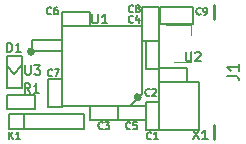
<source format=gto>
G04 #@! TF.GenerationSoftware,KiCad,Pcbnew,5.0.0-rc3+dfsg1-2*
G04 #@! TF.CreationDate,2018-07-25T10:31:46+09:00*
G04 #@! TF.ProjectId,fst-01,6673742D30312E6B696361645F706362,rev?*
G04 #@! TF.SameCoordinates,Original*
G04 #@! TF.FileFunction,Legend,Top*
G04 #@! TF.FilePolarity,Positive*
%FSLAX46Y46*%
G04 Gerber Fmt 4.6, Leading zero omitted, Abs format (unit mm)*
G04 Created by KiCad (PCBNEW 5.0.0-rc3+dfsg1-2) date Wed Jul 25 10:31:46 2018*
%MOMM*%
%LPD*%
G01*
G04 APERTURE LIST*
%ADD10C,0.200660*%
%ADD11C,0.254000*%
%ADD12C,0.149860*%
%ADD13C,0.300000*%
%ADD14C,0.150000*%
%ADD15C,0.152400*%
%ADD16C,0.120000*%
G04 APERTURE END LIST*
D10*
X128105504Y-99330086D02*
X128820333Y-99330086D01*
X128963299Y-99377741D01*
X129058609Y-99473052D01*
X129106264Y-99616018D01*
X129106264Y-99711328D01*
X129106264Y-98329326D02*
X129106264Y-98901189D01*
X129106264Y-98615258D02*
X128105504Y-98615258D01*
X128248470Y-98710568D01*
X128343780Y-98805879D01*
X128391436Y-98901189D01*
D11*
G04 #@! TO.C,J1*
X127000000Y-103476500D02*
X127000000Y-104676500D01*
X127000000Y-94516500D02*
X127000000Y-93316500D01*
D12*
G04 #@! TO.C,R1*
X109491780Y-102110540D02*
X109491780Y-100962460D01*
X109491780Y-100962460D02*
X111843820Y-100962460D01*
X111843820Y-100962460D02*
X111843820Y-102110540D01*
X111843820Y-102110540D02*
X109491780Y-102110540D01*
G04 #@! TO.C,U3*
X114096800Y-97236280D02*
X111582200Y-97236280D01*
X111582200Y-96286320D02*
X114096800Y-96286320D01*
D13*
X111670760Y-97279460D02*
G75*
G03X111670760Y-97279460I-180000J0D01*
G01*
D12*
X114099340Y-96283780D02*
X114099340Y-97233740D01*
X111582200Y-96296480D02*
X111582200Y-97246440D01*
D13*
G04 #@! TO.C,U1*
X120692588Y-101131071D02*
G75*
G03X120692588Y-101131071I-180000J0D01*
G01*
D12*
X119902888Y-101902131D02*
X120903648Y-100901371D01*
X120903648Y-100901371D02*
X120903648Y-95100011D01*
X114101528Y-101902131D02*
X114101528Y-95100011D01*
X114101528Y-95100011D02*
X120903648Y-95100011D01*
X119902888Y-101902131D02*
X114101528Y-101902131D01*
G04 #@! TO.C,D1*
X109446060Y-97622360D02*
X109446060Y-100370640D01*
X110695740Y-97622360D02*
X109446060Y-97622360D01*
X110695740Y-100370640D02*
X110695740Y-97622360D01*
X109446060Y-100370640D02*
X110695740Y-100370640D01*
D14*
X110070900Y-99156500D02*
X109470900Y-98456500D01*
X110670900Y-98456500D02*
X110070900Y-99156500D01*
D15*
G04 #@! TO.C,K1*
X115951000Y-103809800D02*
X109601000Y-103809800D01*
X115963700Y-102539800D02*
X115963700Y-103809800D01*
X109601000Y-102539800D02*
X115951000Y-102539800D01*
X109601000Y-103809800D02*
X109601000Y-102539800D01*
D14*
X110871000Y-102539800D02*
X110871000Y-103809800D01*
D12*
G04 #@! TO.C,C9*
X122425460Y-93510100D02*
X125249940Y-93510100D01*
X122425460Y-94957900D02*
X122425460Y-93510100D01*
X125249940Y-94957900D02*
X122425460Y-94957900D01*
X125249940Y-93510100D02*
X125249940Y-94957900D01*
D16*
G04 #@! TO.C,U2*
X125067600Y-98138100D02*
X123607600Y-98138100D01*
X125067600Y-94978100D02*
X122907600Y-94978100D01*
X125067600Y-94978100D02*
X125067600Y-95908100D01*
X125067600Y-98138100D02*
X125067600Y-97208100D01*
D12*
G04 #@! TO.C,X1*
X125715537Y-103917094D02*
X122362737Y-103917094D01*
X125715537Y-99853094D02*
X125715537Y-103917094D01*
X122362737Y-99853094D02*
X125715537Y-99853094D01*
X122362737Y-103917094D02*
X122362737Y-99853094D01*
G04 #@! TO.C,C2*
X124721620Y-98701860D02*
X124721620Y-99849940D01*
X122369580Y-98701860D02*
X124721620Y-98701860D01*
X122369580Y-99849940D02*
X122369580Y-98701860D01*
X124721620Y-99849940D02*
X122369580Y-99849940D01*
G04 #@! TO.C,C4*
X121206260Y-96359980D02*
X122354340Y-96359980D01*
X121206260Y-98712020D02*
X121206260Y-96359980D01*
X122354340Y-98712020D02*
X121206260Y-98712020D01*
X122354340Y-96359980D02*
X122354340Y-98712020D01*
G04 #@! TO.C,C5*
X121191020Y-101914960D02*
X121191020Y-103063040D01*
X118838980Y-101914960D02*
X121191020Y-101914960D01*
X118838980Y-103063040D02*
X118838980Y-101914960D01*
X121191020Y-103063040D02*
X118838980Y-103063040D01*
G04 #@! TO.C,C6*
X114101880Y-95100140D02*
X114101880Y-93952060D01*
X116453920Y-95100140D02*
X114101880Y-95100140D01*
X116453920Y-93952060D02*
X116453920Y-95100140D01*
X114101880Y-93952060D02*
X116453920Y-93952060D01*
G04 #@! TO.C,C7*
X114099340Y-101950520D02*
X112951260Y-101950520D01*
X114099340Y-99598480D02*
X114099340Y-101950520D01*
X112951260Y-99598480D02*
X114099340Y-99598480D01*
X112951260Y-101950520D02*
X112951260Y-99598480D01*
G04 #@! TO.C,C1*
X122367040Y-103931720D02*
X121218960Y-103931720D01*
X122367040Y-101579680D02*
X122367040Y-103931720D01*
X121218960Y-101579680D02*
X122367040Y-101579680D01*
X121218960Y-103931720D02*
X121218960Y-101579680D01*
G04 #@! TO.C,C3*
X118841520Y-101914960D02*
X118841520Y-103063040D01*
X116489480Y-101914960D02*
X118841520Y-101914960D01*
X116489480Y-103063040D02*
X116489480Y-101914960D01*
X118841520Y-103063040D02*
X116489480Y-103063040D01*
G04 #@! TO.C,C8*
X122351800Y-93525340D02*
X122351800Y-96349820D01*
X120904000Y-93525340D02*
X122351800Y-93525340D01*
X120904000Y-96349820D02*
X120904000Y-93525340D01*
X122351800Y-96349820D02*
X120904000Y-96349820D01*
G04 #@! TO.C,R1*
D15*
X111420910Y-100760530D02*
X111154210Y-100379530D01*
X110963710Y-100760530D02*
X110963710Y-99960430D01*
X111268510Y-99960430D01*
X111344710Y-99998530D01*
X111382810Y-100036630D01*
X111420910Y-100112830D01*
X111420910Y-100227130D01*
X111382810Y-100303330D01*
X111344710Y-100341430D01*
X111268510Y-100379530D01*
X110963710Y-100379530D01*
X112182910Y-100760530D02*
X111725710Y-100760530D01*
X111954310Y-100760530D02*
X111954310Y-99960430D01*
X111878110Y-100074730D01*
X111801910Y-100150930D01*
X111725710Y-100189030D01*
G04 #@! TO.C,U3*
X111025940Y-98444050D02*
X111025940Y-99091750D01*
X111064040Y-99167950D01*
X111102140Y-99206050D01*
X111178340Y-99244150D01*
X111330740Y-99244150D01*
X111406940Y-99206050D01*
X111445040Y-99167950D01*
X111483140Y-99091750D01*
X111483140Y-98444050D01*
X111787940Y-98444050D02*
X112283240Y-98444050D01*
X112016540Y-98748850D01*
X112130840Y-98748850D01*
X112207040Y-98786950D01*
X112245140Y-98825050D01*
X112283240Y-98901250D01*
X112283240Y-99091750D01*
X112245140Y-99167950D01*
X112207040Y-99206050D01*
X112130840Y-99244150D01*
X111902240Y-99244150D01*
X111826040Y-99206050D01*
X111787940Y-99167950D01*
G04 #@! TO.C,U1*
X116697760Y-94090490D02*
X116697760Y-94738190D01*
X116735860Y-94814390D01*
X116773960Y-94852490D01*
X116850160Y-94890590D01*
X117002560Y-94890590D01*
X117078760Y-94852490D01*
X117116860Y-94814390D01*
X117154960Y-94738190D01*
X117154960Y-94090490D01*
X117955060Y-94890590D02*
X117497860Y-94890590D01*
X117726460Y-94890590D02*
X117726460Y-94090490D01*
X117650260Y-94204790D01*
X117574060Y-94280990D01*
X117497860Y-94319090D01*
G04 #@! TO.C,D1*
X109442250Y-97301050D02*
X109442250Y-96500950D01*
X109632750Y-96500950D01*
X109747050Y-96539050D01*
X109823250Y-96615250D01*
X109861350Y-96691450D01*
X109899450Y-96843850D01*
X109899450Y-96958150D01*
X109861350Y-97110550D01*
X109823250Y-97186750D01*
X109747050Y-97262950D01*
X109632750Y-97301050D01*
X109442250Y-97301050D01*
X110661450Y-97301050D02*
X110204250Y-97301050D01*
X110432850Y-97301050D02*
X110432850Y-96500950D01*
X110356650Y-96615250D01*
X110280450Y-96691450D01*
X110204250Y-96729550D01*
G04 #@! TO.C,K1*
D12*
X109653856Y-104665175D02*
X109653856Y-104065735D01*
X109996393Y-104665175D02*
X109739490Y-104322638D01*
X109996393Y-104065735D02*
X109653856Y-104408272D01*
X110567288Y-104665175D02*
X110224751Y-104665175D01*
X110396020Y-104665175D02*
X110396020Y-104065735D01*
X110338930Y-104151369D01*
X110281840Y-104208459D01*
X110224751Y-104237003D01*
G04 #@! TO.C,C9*
X125858693Y-94092485D02*
X125830148Y-94121030D01*
X125744514Y-94149575D01*
X125687424Y-94149575D01*
X125601790Y-94121030D01*
X125544700Y-94063940D01*
X125516156Y-94006851D01*
X125487611Y-93892672D01*
X125487611Y-93807038D01*
X125516156Y-93692859D01*
X125544700Y-93635769D01*
X125601790Y-93578680D01*
X125687424Y-93550135D01*
X125744514Y-93550135D01*
X125830148Y-93578680D01*
X125858693Y-93607224D01*
X126144140Y-94149575D02*
X126258320Y-94149575D01*
X126315409Y-94121030D01*
X126343954Y-94092485D01*
X126401043Y-94006851D01*
X126429588Y-93892672D01*
X126429588Y-93664314D01*
X126401043Y-93607224D01*
X126372499Y-93578680D01*
X126315409Y-93550135D01*
X126201230Y-93550135D01*
X126144140Y-93578680D01*
X126115596Y-93607224D01*
X126087051Y-93664314D01*
X126087051Y-93807038D01*
X126115596Y-93864127D01*
X126144140Y-93892672D01*
X126201230Y-93921217D01*
X126315409Y-93921217D01*
X126372499Y-93892672D01*
X126401043Y-93864127D01*
X126429588Y-93807038D01*
G04 #@! TO.C,U2*
D14*
X124602316Y-97293484D02*
X124602316Y-97941103D01*
X124640411Y-98017294D01*
X124678506Y-98055389D01*
X124754697Y-98093484D01*
X124907078Y-98093484D01*
X124983268Y-98055389D01*
X125021363Y-98017294D01*
X125059459Y-97941103D01*
X125059459Y-97293484D01*
X125402316Y-97369675D02*
X125440411Y-97331580D01*
X125516601Y-97293484D01*
X125707078Y-97293484D01*
X125783268Y-97331580D01*
X125821363Y-97369675D01*
X125859459Y-97445865D01*
X125859459Y-97522056D01*
X125821363Y-97636341D01*
X125364220Y-98093484D01*
X125859459Y-98093484D01*
G04 #@! TO.C,X1*
D15*
X125188980Y-103910130D02*
X125722380Y-104710230D01*
X125722380Y-103910130D02*
X125188980Y-104710230D01*
X126446280Y-104710230D02*
X125989080Y-104710230D01*
X126217680Y-104710230D02*
X126217680Y-103910130D01*
X126141480Y-104024430D01*
X126065280Y-104100630D01*
X125989080Y-104138730D01*
G04 #@! TO.C,C2*
D12*
X121545773Y-100963185D02*
X121517228Y-100991730D01*
X121431594Y-101020275D01*
X121374504Y-101020275D01*
X121288870Y-100991730D01*
X121231780Y-100934640D01*
X121203236Y-100877551D01*
X121174691Y-100763372D01*
X121174691Y-100677738D01*
X121203236Y-100563559D01*
X121231780Y-100506469D01*
X121288870Y-100449380D01*
X121374504Y-100420835D01*
X121431594Y-100420835D01*
X121517228Y-100449380D01*
X121545773Y-100477924D01*
X121774131Y-100477924D02*
X121802676Y-100449380D01*
X121859765Y-100420835D01*
X122002489Y-100420835D01*
X122059579Y-100449380D01*
X122088123Y-100477924D01*
X122116668Y-100535014D01*
X122116668Y-100592103D01*
X122088123Y-100677738D01*
X121745586Y-101020275D01*
X122116668Y-101020275D01*
G04 #@! TO.C,C4*
X120125913Y-94778285D02*
X120097368Y-94806830D01*
X120011734Y-94835375D01*
X119954644Y-94835375D01*
X119869010Y-94806830D01*
X119811920Y-94749740D01*
X119783376Y-94692651D01*
X119754831Y-94578472D01*
X119754831Y-94492838D01*
X119783376Y-94378659D01*
X119811920Y-94321569D01*
X119869010Y-94264480D01*
X119954644Y-94235935D01*
X120011734Y-94235935D01*
X120097368Y-94264480D01*
X120125913Y-94293024D01*
X120639719Y-94435748D02*
X120639719Y-94835375D01*
X120496995Y-94207390D02*
X120354271Y-94635561D01*
X120725353Y-94635561D01*
G04 #@! TO.C,C5*
X119915093Y-103782585D02*
X119886548Y-103811130D01*
X119800914Y-103839675D01*
X119743824Y-103839675D01*
X119658190Y-103811130D01*
X119601100Y-103754040D01*
X119572556Y-103696951D01*
X119544011Y-103582772D01*
X119544011Y-103497138D01*
X119572556Y-103382959D01*
X119601100Y-103325869D01*
X119658190Y-103268780D01*
X119743824Y-103240235D01*
X119800914Y-103240235D01*
X119886548Y-103268780D01*
X119915093Y-103297324D01*
X120457443Y-103240235D02*
X120171996Y-103240235D01*
X120143451Y-103525682D01*
X120171996Y-103497138D01*
X120229085Y-103468593D01*
X120371809Y-103468593D01*
X120428899Y-103497138D01*
X120457443Y-103525682D01*
X120485988Y-103582772D01*
X120485988Y-103725496D01*
X120457443Y-103782585D01*
X120428899Y-103811130D01*
X120371809Y-103839675D01*
X120229085Y-103839675D01*
X120171996Y-103811130D01*
X120143451Y-103782585D01*
G04 #@! TO.C,C6*
X113219653Y-94059465D02*
X113191108Y-94088010D01*
X113105474Y-94116555D01*
X113048384Y-94116555D01*
X112962750Y-94088010D01*
X112905660Y-94030920D01*
X112877116Y-93973831D01*
X112848571Y-93859652D01*
X112848571Y-93774018D01*
X112877116Y-93659839D01*
X112905660Y-93602749D01*
X112962750Y-93545660D01*
X113048384Y-93517115D01*
X113105474Y-93517115D01*
X113191108Y-93545660D01*
X113219653Y-93574204D01*
X113733459Y-93517115D02*
X113619280Y-93517115D01*
X113562190Y-93545660D01*
X113533645Y-93574204D01*
X113476556Y-93659839D01*
X113448011Y-93774018D01*
X113448011Y-94002376D01*
X113476556Y-94059465D01*
X113505100Y-94088010D01*
X113562190Y-94116555D01*
X113676369Y-94116555D01*
X113733459Y-94088010D01*
X113762003Y-94059465D01*
X113790548Y-94002376D01*
X113790548Y-93859652D01*
X113762003Y-93802562D01*
X113733459Y-93774018D01*
X113676369Y-93745473D01*
X113562190Y-93745473D01*
X113505100Y-93774018D01*
X113476556Y-93802562D01*
X113448011Y-93859652D01*
G04 #@! TO.C,C7*
X113298393Y-99312185D02*
X113269848Y-99340730D01*
X113184214Y-99369275D01*
X113127124Y-99369275D01*
X113041490Y-99340730D01*
X112984400Y-99283640D01*
X112955856Y-99226551D01*
X112927311Y-99112372D01*
X112927311Y-99026738D01*
X112955856Y-98912559D01*
X112984400Y-98855469D01*
X113041490Y-98798380D01*
X113127124Y-98769835D01*
X113184214Y-98769835D01*
X113269848Y-98798380D01*
X113298393Y-98826924D01*
X113498206Y-98769835D02*
X113897833Y-98769835D01*
X113640930Y-99369275D01*
G04 #@! TO.C,C1*
X121644833Y-104638565D02*
X121616288Y-104667110D01*
X121530654Y-104695655D01*
X121473564Y-104695655D01*
X121387930Y-104667110D01*
X121330840Y-104610020D01*
X121302296Y-104552931D01*
X121273751Y-104438752D01*
X121273751Y-104353118D01*
X121302296Y-104238939D01*
X121330840Y-104181849D01*
X121387930Y-104124760D01*
X121473564Y-104096215D01*
X121530654Y-104096215D01*
X121616288Y-104124760D01*
X121644833Y-104153304D01*
X122215728Y-104695655D02*
X121873191Y-104695655D01*
X122044460Y-104695655D02*
X122044460Y-104096215D01*
X121987370Y-104181849D01*
X121930280Y-104238939D01*
X121873191Y-104267483D01*
G04 #@! TO.C,C3*
X117565593Y-103782585D02*
X117537048Y-103811130D01*
X117451414Y-103839675D01*
X117394324Y-103839675D01*
X117308690Y-103811130D01*
X117251600Y-103754040D01*
X117223056Y-103696951D01*
X117194511Y-103582772D01*
X117194511Y-103497138D01*
X117223056Y-103382959D01*
X117251600Y-103325869D01*
X117308690Y-103268780D01*
X117394324Y-103240235D01*
X117451414Y-103240235D01*
X117537048Y-103268780D01*
X117565593Y-103297324D01*
X117765406Y-103240235D02*
X118136488Y-103240235D01*
X117936675Y-103468593D01*
X118022309Y-103468593D01*
X118079399Y-103497138D01*
X118107943Y-103525682D01*
X118136488Y-103582772D01*
X118136488Y-103725496D01*
X118107943Y-103782585D01*
X118079399Y-103811130D01*
X118022309Y-103839675D01*
X117851040Y-103839675D01*
X117793951Y-103811130D01*
X117765406Y-103782585D01*
G04 #@! TO.C,C8*
X120125913Y-93896905D02*
X120097368Y-93925450D01*
X120011734Y-93953995D01*
X119954644Y-93953995D01*
X119869010Y-93925450D01*
X119811920Y-93868360D01*
X119783376Y-93811271D01*
X119754831Y-93697092D01*
X119754831Y-93611458D01*
X119783376Y-93497279D01*
X119811920Y-93440189D01*
X119869010Y-93383100D01*
X119954644Y-93354555D01*
X120011734Y-93354555D01*
X120097368Y-93383100D01*
X120125913Y-93411644D01*
X120468450Y-93611458D02*
X120411360Y-93582913D01*
X120382816Y-93554368D01*
X120354271Y-93497279D01*
X120354271Y-93468734D01*
X120382816Y-93411644D01*
X120411360Y-93383100D01*
X120468450Y-93354555D01*
X120582629Y-93354555D01*
X120639719Y-93383100D01*
X120668263Y-93411644D01*
X120696808Y-93468734D01*
X120696808Y-93497279D01*
X120668263Y-93554368D01*
X120639719Y-93582913D01*
X120582629Y-93611458D01*
X120468450Y-93611458D01*
X120411360Y-93640002D01*
X120382816Y-93668547D01*
X120354271Y-93725637D01*
X120354271Y-93839816D01*
X120382816Y-93896905D01*
X120411360Y-93925450D01*
X120468450Y-93953995D01*
X120582629Y-93953995D01*
X120639719Y-93925450D01*
X120668263Y-93896905D01*
X120696808Y-93839816D01*
X120696808Y-93725637D01*
X120668263Y-93668547D01*
X120639719Y-93640002D01*
X120582629Y-93611458D01*
G04 #@! TD*
M02*

</source>
